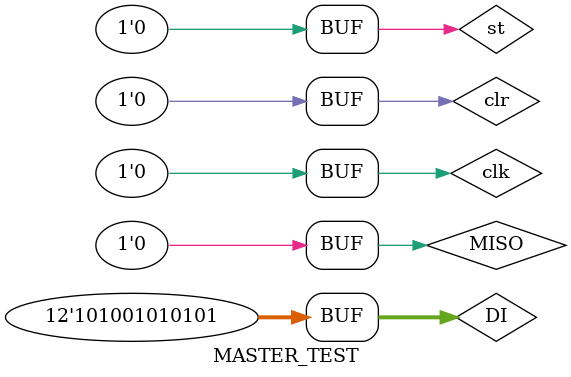
<source format=v>
module MASTER_TEST;

	// Inputs
	reg clk;
	reg st;
	reg [11:0] DI;
	reg clr;
	reg MISO;

	// Outputs
	wire LOAD;
	wire SCLK;
	wire MOSI;
	wire [11:0] DO;
	wire [11:0] sr_MTX;
	wire [11:0] sr_MRX;
	wire [7:0] cb_bit;
	wire ce_tact;
	wire ce;

	// Instantiate the Unit Under Test (UUT)
	SPI_MASTER uut (
		.clk(clk), 
		.LOAD(LOAD), 
		.st(st), 
		.SCLK(SCLK), 
		.DI(DI), 
		.MOSI(MOSI), 
		.clr(clr), 
		.DO(DO), 
		.MISO(MISO), 
		.sr_MTX(sr_MTX), 
		.sr_MRX(sr_MRX), 
		.cb_bit(cb_bit), 
		.ce_tact(ce_tact), 
		.ce(ce)
	);
	parameter Tclk=20;
	always begin clk=1; #(Tclk/2); clk=0; #(Tclk/2); end
	
	initial begin
		// Initialize Inputs
		clk = 0;
		st = 0;
		DI[11:0] = 12'b011100000011;
		clr = 0;
		MISO = 0;
		// Wait 100 ns for global reset to finish
		#100
		#20 st = 1;
		#20 st = 0;
		#13000 DI[11:0] = 12'b101001010101;
		#20 st = 1;
		#20 st = 0;
		// Add stimulus here
	end
endmodule


</source>
